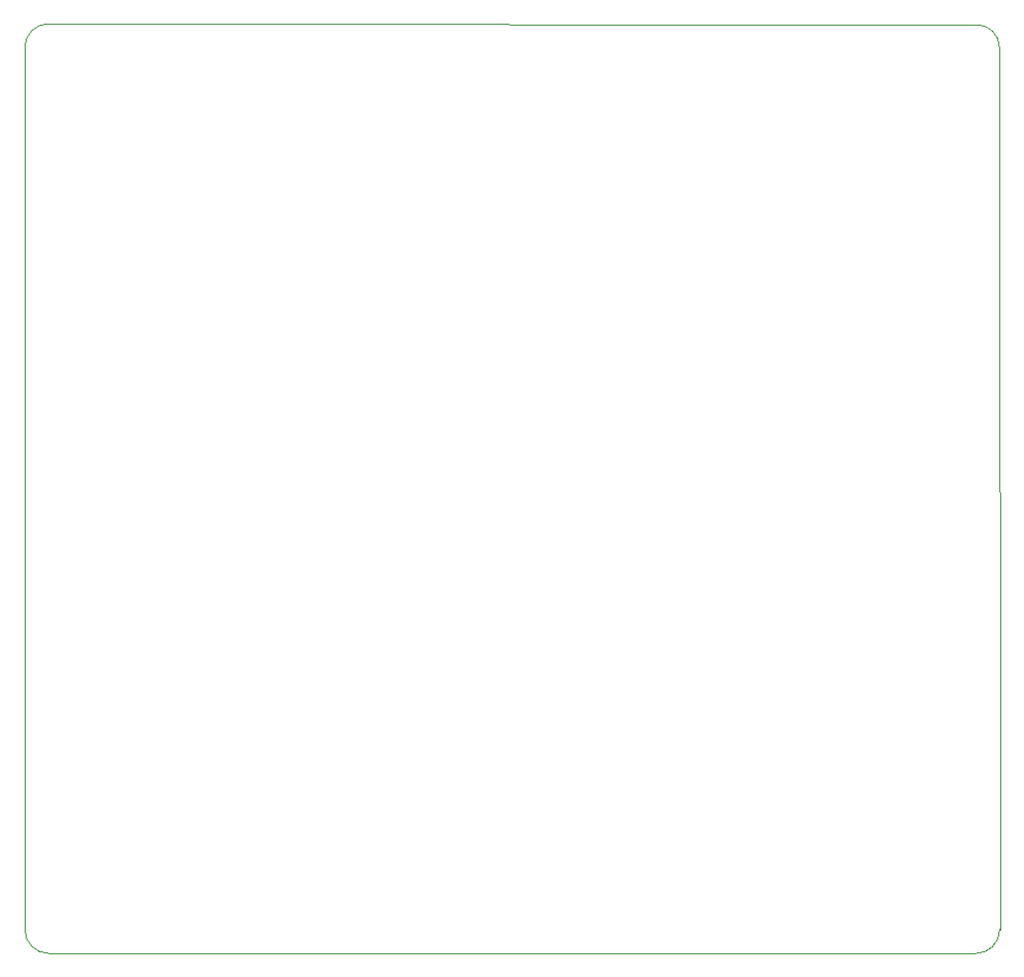
<source format=gbr>
G04 #@! TF.GenerationSoftware,KiCad,Pcbnew,5.1.2-f72e74a~84~ubuntu18.04.1*
G04 #@! TF.CreationDate,2022-02-01T20:37:36+01:00*
G04 #@! TF.ProjectId,T41Expander,54343145-7870-4616-9e64-65722e6b6963,rev?*
G04 #@! TF.SameCoordinates,Original*
G04 #@! TF.FileFunction,Profile,NP*
%FSLAX46Y46*%
G04 Gerber Fmt 4.6, Leading zero omitted, Abs format (unit mm)*
G04 Created by KiCad (PCBNEW 5.1.2-f72e74a~84~ubuntu18.04.1) date 2022-02-01 20:37:36*
%MOMM*%
%LPD*%
G04 APERTURE LIST*
%ADD10C,0.050000*%
G04 APERTURE END LIST*
D10*
X94193360Y-12649200D02*
X14655800Y-12567920D01*
X96205040Y-90276680D02*
X96184720Y-14640560D01*
X14660880Y-92339160D02*
X94142560Y-92339160D01*
X94142560Y-92339160D02*
G75*
G03X96205040Y-90276680I0J2062480D01*
G01*
X12593320Y-14630400D02*
X12598400Y-90276680D01*
X12598400Y-90276680D02*
G75*
G03X14660880Y-92339160I2062480J0D01*
G01*
X96184720Y-14640560D02*
G75*
G03X94193360Y-12649200I-1991360J0D01*
G01*
X14655800Y-12567920D02*
G75*
G03X12593320Y-14630400I0J-2062480D01*
G01*
M02*

</source>
